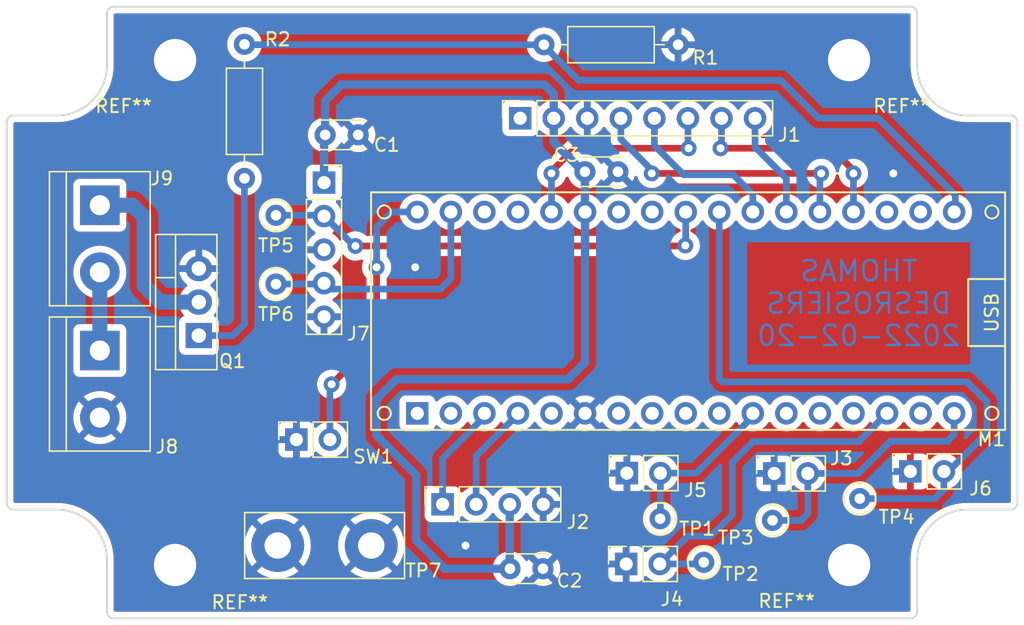
<source format=kicad_pcb>
(kicad_pcb (version 20211014) (generator pcbnew)
  (title_block (title "Projet Lampe Dimmer") (date "2022-02-18") (rev "v2.0.0"))
  (layers (0 "F.Cu" signal) (31 "B.Cu" signal) (34 "B.Paste" user) (35 "F.Paste" user) (36 "B.SilkS" user "B.Silkscreen") (37 "F.SilkS" user "F.Silkscreen") (38 "B.Mask" user) (39 "F.Mask" user) (44 "Edge.Cuts" user))
  (net 0 "")
  (net 1 "+5V")
  (net 2 "GND")
  (net 4 "/EXT_IO")
  (net 5 "/EXT_OC4B")
  (net 6 "/EXT_OC4D")
  (net 7 "/EXT_ADC1")
  (net 8 "/POT_ADC")
  (net 9 "/SW_VEILLE")
  (net 10 "+24V")
  (net 11 "/SORTIE")
  (net 12 "Net-(Q1-Pad1)")
  (net 19 "Net-(M1-Pad18)")
  (net 20 "Net-(M1-Pad34)")
  (net 31 "Net-(J1-Pad6)")
  (net 32 "Net-(J1-Pad5)")
  (net 33 "Net-(J1-Pad8)")
  (net 34 "Net-(J1-Pad4)")
  (net 35 "Net-(J1-Pad7)")
  (net 36 "Net-(J2-Pad2)")
  (net 37 "Net-(J2-Pad1)")
  (footprint "Capacitor_THT:C_Disc_D3.0mm_W2.0mm_P2.50mm" (layer "F.Cu") (at 153.35 126.85)
    (fp_text reference "C2" (at 4.511 0.912) (layer "F.SilkS"))
    (fp_text value "100nF")
    (fp_line (start -0.37 1.055) (end -0.37 1.12) (layer "F.SilkS") (width 0.12))
    (fp_line (start -0.37 1.12) (end 2.87 1.12) (layer "F.SilkS") (width 0.12))
    (fp_line (start 2.87 -1.12) (end 2.87 -1.055) (layer "F.SilkS") (width 0.12))
    (fp_line (start 2.87 1.055) (end 2.87 1.12) (layer "F.SilkS") (width 0.12))
    (fp_line (start -0.37 -1.12) (end -0.37 -1.055) (layer "F.SilkS") (width 0.12))
    (fp_line (start -0.37 -1.12) (end 2.87 -1.12) (layer "F.SilkS") (width 0.12))
    (pad "1" thru_hole circle locked (at 0 0) (size 1.6 1.6) (drill 0.8) (layers *.Cu *.Mask) (net 1 "+5V"))
    (pad "2" thru_hole circle locked (at 2.5 0) (size 1.6 1.6) (drill 0.8) (layers *.Cu *.Mask) (net 2 "GND"))
  )
  (footprint "Connector_PinSocket_2.54mm:PinSocket_1x02_P2.54mm_Vertical" (layer "F.Cu") (at 183.662 119.482 90)
    (fp_text reference "J6" (at -1.295 5.314 180) (layer "F.SilkS"))
    (fp_text value "EXT_ADC1")
    (fp_line (start -1.33 3.87) (end 1.33 3.87) (layer "F.SilkS") (width 0.12))
    (fp_line (start 1.33 -1.33) (end 1.33 0) (layer "F.SilkS") (width 0.12))
    (fp_line (start 1.33 1.27) (end 1.33 3.87) (layer "F.SilkS") (width 0.12))
    (fp_line (start -1.33 1.27) (end 1.33 1.27) (layer "F.SilkS") (width 0.12))
    (fp_line (start -1.33 1.27) (end -1.33 3.87) (layer "F.SilkS") (width 0.12))
    (fp_line (start 0 -1.33) (end 1.33 -1.33) (layer "F.SilkS") (width 0.12))
    (pad "1" thru_hole rect locked (at 0 0 90) (size 1.7 1.7) (drill 1) (layers *.Cu *.Mask) (net 2 "GND"))
    (pad "2" thru_hole oval locked (at 0 2.54 90) (size 1.7 1.7) (drill 1) (layers *.Cu *.Mask) (net 7 "/EXT_ADC1"))
  )
  (footprint "Connector_PinSocket_2.54mm:PinSocket_1x02_P2.54mm_Vertical" (layer "F.Cu") (at 173.355 119.634 90)
    (fp_text reference "J3" (at 1.143 5.08) (layer "F.SilkS"))
    (fp_text value "EXT_IO")
    (fp_line (start 0 -1.33) (end 1.33 -1.33) (layer "F.SilkS") (width 0.12))
    (fp_line (start 1.33 -1.33) (end 1.33 0) (layer "F.SilkS") (width 0.12))
    (fp_line (start -1.33 3.87) (end 1.33 3.87) (layer "F.SilkS") (width 0.12))
    (fp_line (start -1.33 1.27) (end 1.33 1.27) (layer "F.SilkS") (width 0.12))
    (fp_line (start 1.33 1.27) (end 1.33 3.87) (layer "F.SilkS") (width 0.12))
    (fp_line (start -1.33 1.27) (end -1.33 3.87) (layer "F.SilkS") (width 0.12))
    (pad "1" thru_hole rect locked (at 0 0 90) (size 1.7 1.7) (drill 1) (layers *.Cu *.Mask) (net 2 "GND"))
    (pad "2" thru_hole oval locked (at 0 2.54 90) (size 1.7 1.7) (drill 1) (layers *.Cu *.Mask) (net 4 "/EXT_IO"))
  )
  (footprint "THOMAS_library:Arduino_Micro" (layer "F.Cu") (at 142.835503 116.332)
    (fp_text reference "M1" (at 46.964497 0.718) (layer "F.SilkS"))
    (fp_text value "ARDUINO_MICRO")
    (fp_text user "USB" (at 46.99 -8.89 90) (layer "F.SilkS"))
    (fp_line (start 0 -18) (end 48 -18) (layer "F.SilkS") (width 0.15))
    (fp_line (start 48.006 -6.35) (end 45.212 -6.35) (layer "F.SilkS") (width 0.15))
    (fp_line (start 48 -18) (end 48 0) (layer "F.SilkS") (width 0.15))
    (fp_line (start 45.212 -11.43) (end 48.006 -11.43) (layer "F.SilkS") (width 0.15))
    (fp_line (start 0 0) (end 0 -18) (layer "F.SilkS") (width 0.15))
    (fp_line (start 45.212 -6.35) (end 45.212 -11.43) (layer "F.SilkS") (width 0.15))
    (fp_line (start 48 0) (end 0 0) (layer "F.SilkS") (width 0.15))
    (fp_circle (center 47 -16.51) (end 47.5 -16.51) (layer "F.SilkS") (width 0.15) (fill none))
    (fp_circle (center 1 -16.51) (end 1.5 -16.51) (layer "F.SilkS") (width 0.15) (fill none))
    (fp_circle (center 1 -1.254) (end 1.5 -1.254) (layer "F.SilkS") (width 0.15) (fill none))
    (fp_circle (center 47 -1.254) (end 47.5 -1.254) (layer "F.SilkS") (width 0.15) (fill none))
    (pad "1" thru_hole rect (at 3.5 -1.254) (size 1.7 1.7) (drill 1) (layers *.Cu *.Mask))
    (pad "2" thru_hole circle (at 6.04 -1.254) (size 1.7 1.7) (drill 1) (layers *.Cu *.Mask))
    (pad "3" thru_hole circle (at 8.58 -1.254) (size 1.7 1.7) (drill 1) (layers *.Cu *.Mask) (net 37 "Net-(J2-Pad1)"))
    (pad "4" thru_hole circle (at 11.12 -1.254) (size 1.7 1.7) (drill 1) (layers *.Cu *.Mask) (net 36 "Net-(J2-Pad2)"))
    (pad "5" thru_hole circle (at 13.66 -1.254) (size 1.7 1.7) (drill 1) (layers *.Cu *.Mask))
    (pad "6" thru_hole circle (at 16.2 -1.254) (size 1.7 1.7) (drill 1) (layers *.Cu *.Mask) (net 2 "GND"))
    (pad "7" thru_hole circle (at 18.74 -1.254) (size 1.7 1.7) (drill 1) (layers *.Cu *.Mask))
    (pad "8" thru_hole circle (at 21.28 -1.254) (size 1.7 1.7) (drill 1) (layers *.Cu *.Mask))
    (pad "9" thru_hole circle (at 23.82 -1.254) (size 1.7 1.7) (drill 1) (layers *.Cu *.Mask))
    (pad "10" thru_hole circle (at 26.36 -1.254) (size 1.7 1.7) (drill 1) (layers *.Cu *.Mask))
    (pad "11" thru_hole circle (at 28.9 -1.254) (size 1.7 1.7) (drill 1) (layers *.Cu *.Mask) (net 6 "/EXT_OC4D"))
    (pad "12" thru_hole circle (at 31.44 -1.254) (size 1.7 1.7) (drill 1) (layers *.Cu *.Mask))
    (pad "13" thru_hole circle (at 33.98 -1.254) (size 1.7 1.7) (drill 1) (layers *.Cu *.Mask))
    (pad "14" thru_hole circle (at 36.52 -1.254) (size 1.7 1.7) (drill 1) (layers *.Cu *.Mask))
    (pad "15" thru_hole circle (at 39.06 -1.254) (size 1.7 1.7) (drill 1) (layers *.Cu *.Mask) (net 5 "/EXT_OC4B"))
    (pad "16" thru_hole circle (at 41.6 -1.254) (size 1.7 1.7) (drill 1) (layers *.Cu *.Mask))
    (pad "17" thru_hole circle (at 44.14 -1.254) (size 1.7 1.7) (drill 1) (layers *.Cu *.Mask) (net 4 "/EXT_IO"))
    (pad "18" thru_hole circle (at 44.14 -16.51) (size 1.7 1.7) (drill 1) (layers *.Cu *.Mask) (net 19 "Net-(M1-Pad18)"))
    (pad "19" thru_hole circle (at 41.6 -16.51) (size 1.7 1.7) (drill 1) (layers *.Cu *.Mask))
    (pad "20" thru_hole circle (at 39.06 -16.51) (size 1.7 1.7) (drill 1) (layers *.Cu *.Mask))
    (pad "21" thru_hole circle (at 36.52 -16.51) (size 1.7 1.7) (drill 1) (layers *.Cu *.Mask) (net 35 "Net-(J1-Pad7)"))
    (pad "22" thru_hole circle (at 33.98 -16.51) (size 1.7 1.7) (drill 1) (layers *.Cu *.Mask) (net 34 "Net-(J1-Pad4)"))
    (pad "23" thru_hole circle (at 31.44 -16.51) (size 1.7 1.7) (drill 1) (layers *.Cu *.Mask) (net 33 "Net-(J1-Pad8)"))
    (pad "24" thru_hole circle (at 28.9 -16.51) (size 1.7 1.7) (drill 1) (layers *.Cu *.Mask) (net 32 "Net-(J1-Pad5)"))
    (pad "25" thru_hole circle (at 26.36 -16.51) (size 1.7 1.7) (drill 1) (layers *.Cu *.Mask) (net 7 "/EXT_ADC1"))
    (pad "26" thru_hole circle (at 23.82 -16.51) (size 1.7 1.7) (drill 1) (layers *.Cu *.Mask) (net 8 "/POT_ADC"))
    (pad "27" thru_hole circle (at 21.28 -16.51) (size 1.7 1.7) (drill 1) (layers *.Cu *.Mask))
    (pad "28" thru_hole circle (at 18.74 -16.51) (size 1.7 1.7) (drill 1) (layers *.Cu *.Mask))
    (pad "29" thru_hole circle (at 16.2 -16.51) (size 1.7 1.7) (drill 1) (layers *.Cu *.Mask) (net 1 "+5V"))
    (pad "30" thru_hole circle (at 13.66 -16.51) (size 1.7 1.7) (drill 1) (layers *.Cu *.Mask) (net 31 "Net-(J1-Pad6)"))
    (pad "31" thru_hole circle (at 11.12 -16.51) (size 1.7 1.7) (drill 1) (layers *.Cu *.Mask))
    (pad "32" thru_hole circle (at 8.58 -16.51) (size 1.7 1.7) (drill 1) (layers *.Cu *.Mask))
    (pad "33" thru_hole circle (at 6.04 -16.51) (size 1.7 1.7) (drill 1) (layers *.Cu *.Mask) (net 9 "/SW_VEILLE"))
    (pad "34" thru_hole circle (at 3.5 -16.51) (size 1.7 1.7) (drill 1) (layers *.Cu *.Mask) (net 20 "Net-(M1-Pad34)"))
  )
  (footprint "Capacitor_THT:C_Disc_D3.0mm_W2.0mm_P2.50mm" (layer "F.Cu") (at 159.024 96.774)
    (fp_text reference "C3" (at -1.417 -1.27) (layer "F.SilkS"))
    (fp_text value "100nF")
    (fp_line (start 2.87 -1.12) (end 2.87 -1.055) (layer "F.SilkS") (width 0.12))
    (fp_line (start 2.87 1.055) (end 2.87 1.12) (layer "F.SilkS") (width 0.12))
    (fp_line (start -0.37 -1.12) (end 2.87 -1.12) (layer "F.SilkS") (width 0.12))
    (fp_line (start -0.37 1.12) (end 2.87 1.12) (layer "F.SilkS") (width 0.12))
    (fp_line (start -0.37 1.055) (end -0.37 1.12) (layer "F.SilkS") (width 0.12))
    (fp_line (start -0.37 -1.12) (end -0.37 -1.055) (layer "F.SilkS") (width 0.12))
    (pad "1" thru_hole circle locked (at 0 0) (size 1.6 1.6) (drill 0.8) (layers *.Cu *.Mask) (net 1 "+5V"))
    (pad "2" thru_hole circle locked (at 2.5 0) (size 1.6 1.6) (drill 0.8) (layers *.Cu *.Mask) (net 2 "GND"))
  )
  (footprint "TerminalBlock:TerminalBlock_bornier-2_P5.08mm" (layer "F.Cu") (at 122.301 110.31982 -90)
    (fp_text reference "J8" (at 7.28218 -5.08 180) (layer "F.SilkS"))
    (fp_text value "Entrée")
    (fp_line (start -2.54 3.81) (end 7.62 3.81) (layer "F.SilkS") (width 0.12))
    (fp_line (start 7.62 3.81) (end 7.62 -3.81) (layer "F.SilkS") (width 0.12))
    (fp_line (start 7.62 2.54) (end -2.54 2.54) (layer "F.SilkS") (width 0.12))
    (fp_line (start 7.62 -3.81) (end -2.54 -3.81) (layer "F.SilkS") (width 0.12))
    (fp_line (start -2.54 -3.81) (end -2.54 3.81) (layer "F.SilkS") (width 0.12))
    (pad "1" thru_hole rect locked (at 0 0 270) (size 3 3) (drill 1.52) (layers *.Cu *.Mask) (net 10 "+24V"))
    (pad "2" thru_hole circle locked (at 5.08 0 270) (size 3 3) (drill 1.52) (layers *.Cu *.Mask) (net 2 "GND"))
  )
  (footprint "Connector_PinSocket_2.54mm:PinSocket_1x04_P2.54mm_Vertical" (layer "F.Cu") (at 148.25 121.975 90)
    (fp_text reference "J2" (at -1.342 10.246 180) (layer "F.SilkS"))
    (fp_text value "USART")
    (fp_line (start 1.33 -1.33) (end 1.33 0) (layer "F.SilkS") (width 0.12))
    (fp_line (start 0 -1.33) (end 1.33 -1.33) (layer "F.SilkS") (width 0.12))
    (fp_line (start -1.33 1.27) (end -1.33 8.95) (layer "F.SilkS") (width 0.12))
    (fp_line (start -1.33 8.95) (end 1.33 8.95) (layer "F.SilkS") (width 0.12))
    (fp_line (start -1.33 1.27) (end 1.33 1.27) (layer "F.SilkS") (width 0.12))
    (fp_line (start 1.33 1.27) (end 1.33 8.95) (layer "F.SilkS") (width 0.12))
    (pad "1" thru_hole rect locked (at 0 0 90) (size 1.7 1.7) (drill 1) (layers *.Cu *.Mask) (net 37 "Net-(J2-Pad1)"))
    (pad "2" thru_hole oval locked (at 0 2.54 90) (size 1.7 1.7) (drill 1) (layers *.Cu *.Mask) (net 36 "Net-(J2-Pad2)"))
    (pad "3" thru_hole oval locked (at 0 5.08 90) (size 1.7 1.7) (drill 1) (layers *.Cu *.Mask) (net 1 "+5V"))
    (pad "4" thru_hole oval locked (at 0 7.62 90) (size 1.7 1.7) (drill 1) (layers *.Cu *.Mask) (net 2 "GND"))
  )
  (footprint "THOMAS_library:TestPoint_Keystone_5000-5004_Miniature-Resistor" (layer "F.Cu") (at 168.021 126.365)
    (fp_text reference "TP2" (at 2.794 0.889) (layer "F.SilkS"))
    (fp_text value "TestPoint" hide)
    (fp_circle (center 0 0) (end 1.2 0) (layer "F.SilkS") (width 0.15) (fill none))
    (pad "1" thru_hole circle (at 0 0) (size 1.6 1.6) (drill 0.8) (layers *.Cu *.Mask) (net 5 "/EXT_OC4B"))
  )
  (footprint "THOMAS_library:TestPoint_Keystone_5000-5004_Miniature-Resistor" (layer "F.Cu") (at 164.719 123.063)
    (fp_text reference "TP1" (at 2.794 0.762) (layer "F.SilkS"))
    (fp_text value "TestPoint" hide)
    (fp_circle (center 0 0) (end 1.2 0) (layer "F.SilkS") (width 0.15) (fill none))
    (pad "1" thru_hole circle (at 0 0) (size 1.6 1.6) (drill 0.8) (layers *.Cu *.Mask) (net 6 "/EXT_OC4D"))
  )
  (footprint "THOMAS_library:TestPoint_Keystone_5000-5004_Miniature-Resistor" (layer "F.Cu") (at 135.636 100.076)
    (fp_text reference "TP5" (at 0 2.286) (layer "F.SilkS"))
    (fp_text value "TestPoint" hide)
    (fp_circle (center 0 0) (end 1.2 0) (layer "F.SilkS") (width 0.15) (fill none))
    (pad "1" thru_hole circle (at 0 0) (size 1.6 1.6) (drill 0.8) (layers *.Cu *.Mask) (net 8 "/POT_ADC"))
  )
  (footprint "Resistor_THT:R_Axial_DIN0207_L6.3mm_D2.5mm_P10.16mm_Horizontal" (layer "F.Cu") (at 155.92 87.15)
    (fp_text reference "R1" (at 12.228 0.988 180) (layer "F.SilkS"))
    (fp_text value "100")
    (fp_line (start 1.04 0) (end 1.81 0) (layer "F.SilkS") (width 0.12))
    (fp_line (start 1.81 1.37) (end 8.35 1.37) (layer "F.SilkS") (width 0.12))
    (fp_line (start 8.35 1.37) (end 8.35 -1.37) (layer "F.SilkS") (width 0.12))
    (fp_line (start 1.81 -1.37) (end 1.81 1.37) (layer "F.SilkS") (width 0.12))
    (fp_line (start 8.35 -1.37) (end 1.81 -1.37) (layer "F.SilkS") (width 0.12))
    (fp_line (start 9.12 0) (end 8.35 0) (layer "F.SilkS") (width 0.12))
    (pad "1" thru_hole circle locked (at 0 0) (size 1.6 1.6) (drill 0.8) (layers *.Cu *.Mask) (net 19 "Net-(M1-Pad18)"))
    (pad "2" thru_hole oval locked (at 10.16 0) (size 1.6 1.6) (drill 0.8) (layers *.Cu *.Mask) (net 2 "GND"))
  )
  (footprint "THOMAS_library:TestPoint_Keystone_5000-5004_Miniature-Resistor" (layer "F.Cu") (at 173.228 123.19)
    (fp_text reference "TP3" (at -2.778 1.31) (layer "F.SilkS"))
    (fp_text value "TestPoint" hide)
    (fp_circle (center 0 0) (end 1.2 0) (layer "F.SilkS") (width 0.15) (fill none))
    (pad "1" thru_hole circle (at 0 0) (size 1.6 1.6) (drill 0.8) (layers *.Cu *.Mask) (net 4 "/EXT_IO"))
  )
  (footprint "Connector_PinSocket_2.54mm:PinSocket_1x02_P2.54mm_Vertical" (layer "F.Cu") (at 137.18 117.069 90)
    (fp_text reference "SW1" (at -1.295 5.822 180) (layer "F.SilkS"))
    (fp_text value "SW_ON-OFF")
    (fp_line (start 1.33 1.27) (end 1.33 3.87) (layer "F.SilkS") (width 0.12))
    (fp_line (start -1.33 1.27) (end -1.33 3.87) (layer "F.SilkS") (width 0.12))
    (fp_line (start 1.33 -1.33) (end 1.33 0) (layer "F.SilkS") (width 0.12))
    (fp_line (start -1.33 3.87) (end 1.33 3.87) (layer "F.SilkS") (width 0.12))
    (fp_line (start 0 -1.33) (end 1.33 -1.33) (layer "F.SilkS") (width 0.12))
    (fp_line (start -1.33 1.27) (end 1.33 1.27) (layer "F.SilkS") (width 0.12))
    (pad "1" thru_hole rect locked (at 0 0 90) (size 1.7 1.7) (drill 1) (layers *.Cu *.Mask) (net 2 "GND"))
    (pad "2" thru_hole oval locked (at 0 2.54 90) (size 1.7 1.7) (drill 1) (layers *.Cu *.Mask) (net 20 "Net-(M1-Pad34)"))
  )
  (footprint "THOMAS_library:TestPoint_Keystone_5000-5004_Miniature-Resistor" (layer "F.Cu") (at 179.832 121.539)
    (fp_text reference "TP4" (at 2.794 1.397) (layer "F.SilkS"))
    (fp_text value "TestPoint" hide)
    (fp_circle (center 0 0) (end 1.2 0) (layer "F.SilkS") (width 0.15) (fill none))
    (pad "1" thru_hole circle (at 0 0) (size 1.6 1.6) (drill 0.8) (layers *.Cu *.Mask) (net 7 "/EXT_ADC1"))
  )
  (footprint "Connector_PinSocket_2.54mm:PinSocket_1x02_P2.54mm_Vertical" (layer "F.Cu") (at 162.149993 126.492 90)
    (fp_text reference "J4" (at -2.667 3.458007 180) (layer "F.SilkS"))
    (fp_text value "EXT_PWM4B")
    (fp_line (start -1.33 1.27) (end -1.33 3.87) (layer "F.SilkS") (width 0.12))
    (fp_line (start 1.33 -1.33) (end 1.33 0) (layer "F.SilkS") (width 0.12))
    (fp_line (start 1.33 1.27) (end 1.33 3.87) (layer "F.SilkS") (width 0.12))
    (fp_line (start -1.33 1.27) (end 1.33 1.27) (layer "F.SilkS") (width 0.12))
    (fp_line (start 0 -1.33) (end 1.33 -1.33) (layer "F.SilkS") (width 0.12))
    (fp_line (start -1.33 3.87) (end 1.33 3.87) (layer "F.SilkS") (width 0.12))
    (pad "1" thru_hole rect locked (at 0 0 90) (size 1.7 1.7) (drill 1) (layers *.Cu *.Mask) (net 2 "GND"))
    (pad "2" thru_hole oval locked (at 0 2.54 90) (size 1.7 1.7) (drill 1) (layers *.Cu *.Mask) (net 5 "/EXT_OC4B"))
  )
  (footprint "THOMAS_library:TestPoint_Bridge_Pitch7.08mm_Drill2.0mm" (layer "F.Cu") (at 135.768994 125.095)
    (fp_text reference "TP7" (at 11.034 1.905) (layer "F.SilkS"))
    (fp_text value "TestPoint_2Pole" hide)
    (fp_line (start -2.5 -2.5) (end 9.6 -2.5) (layer "F.SilkS") (width 0.12))
    (fp_line (start 9.6 2.5) (end 9.6 -2.5) (layer "F.SilkS") (width 0.12))
    (fp_line (start -2.5 -2.5) (end -2.5 2.5) (layer "F.SilkS") (width 0.12))
    (fp_line (start 9.6 2.5) (end -2.5 2.5) (layer "F.SilkS") (width 0.12))
    (pad "1" thru_hole circle (at 0 0) (size 4 4) (drill 2) (layers *.Cu *.Mask) (net 2 "GND"))
    (pad "2" thru_hole circle (at 7.08 0) (size 4 4) (drill 2) (layers *.Cu *.Mask) (net 2 "GND"))
  )
  (footprint "MountingHole:MountingHole_3.2mm_M3_Pad" (layer "F.Cu") (at 179.02555 126.5682)
    (fp_text reference "REF**" (at -4.72555 2.7318) (layer "F.SilkS"))
    (fp_text value "MountingHole_3.2mm_M3_Pad" hide)
    (pad "1" thru_hole circle locked (at 0 0) (size 6.4 6.4) (drill 3.200001) (layers *.Cu *.Mask) (net 2 "GND"))
  )
  (footprint "Capacitor_THT:C_Disc_D3.0mm_W2.0mm_P2.50mm" (layer "F.Cu") (at 139.359 93.98)
    (fp_text reference "C1" (at 4.659 0.762) (layer "F.SilkS"))
    (fp_text value "100nF")
    (fp_line (start -0.37 -1.12) (end 2.87 -1.12) (layer "F.SilkS") (width 0.12))
    (fp_line (start -0.37 -1.12) (end -0.37 -1.055) (layer "F.SilkS") (width 0.12))
    (fp_line (start -0.37 1.055) (end -0.37 1.12) (layer "F.SilkS") (width 0.12))
    (fp_line (start 2.87 1.055) (end 2.87 1.12) (layer "F.SilkS") (width 0.12))
    (fp_line (start 2.87 -1.12) (end 2.87 -1.055) (layer "F.SilkS") (width 0.12))
    (fp_line (start -0.37 1.12) (end 2.87 1.12) (layer "F.SilkS") (width 0.12))
    (pad "1" thru_hole circle locked (at 0 0) (size 1.6 1.6) (drill 0.8) (layers *.Cu *.Mask) (net 1 "+5V"))
    (pad "2" thru_hole circle locked (at 2.5 0) (size 1.6 1.6) (drill 0.8) (layers *.Cu *.Mask) (net 2 "GND"))
  )
  (footprint "THOMAS_library:TestPoint_Keystone_5000-5004_Miniature-Resistor" (layer "F.Cu") (at 135.636 105.283)
    (fp_text reference "TP6" (at 0 2.286) (layer "F.SilkS"))
    (fp_text value "TestPoint" hide)
    (fp_circle (center 0 0) (end 1.2 0) (layer "F.SilkS") (width 0.15) (fill none))
    (pad "1" thru_hole circle (at 0 0) (size 1.6 1.6) (drill 0.8) (layers *.Cu *.Mask) (net 9 "/SW_VEILLE"))
  )
  (footprint "Connector_PinSocket_2.54mm:PinSocket_1x05_P2.54mm_Vertical" (layer "F.Cu") (at 139.275 97.6)
    (fp_text reference "J7" (at 2.6 11.45) (layer "F.SilkS"))
    (fp_text value "CON_POT_SW")
    (fp_line (start 1.33 1.27) (end 1.33 11.49) (layer "F.SilkS") (width 0.12))
    (fp_line (start 0 -1.33) (end 1.33 -1.33) (layer "F.SilkS") (width 0.12))
    (fp_line (start -1.33 1.27) (end 1.33 1.27) (layer "F.SilkS") (width 0.12))
    (fp_line (start -1.33 1.27) (end -1.33 11.49) (layer "F.SilkS") (width 0.12))
    (fp_line (start -1.33 11.49) (end 1.33 11.49) (layer "F.SilkS") (width 0.12))
    (fp_line (start 1.33 -1.33) (end 1.33 0) (layer "F.SilkS") (width 0.12))
    (pad "1" thru_hole rect locked (at 0 0) (size 1.7 1.7) (drill 1) (layers *.Cu *.Mask) (net 1 "+5V"))
    (pad "2" thru_hole oval locked (at 0 2.54) (size 1.7 1.7) (drill 1) (layers *.Cu *.Mask) (net 8 "/POT_ADC"))
    (pad "3" thru_hole oval locked (at 0 5.08) (size 1.7 1.7) (drill 1) (layers *.Cu *.Mask) (net 2 "GND"))
    (pad "4" thru_hole oval locked (at 0 7.62) (size 1.7 1.7) (drill 1) (layers *.Cu *.Mask) (net 9 "/SW_VEILLE"))
    (pad "5" thru_hole oval locked (at 0 10.16) (size 1.7 1.7) (drill 1) (layers *.Cu *.Mask) (net 2 "GND"))
  )
  (footprint "MountingHole:MountingHole_3.2mm_M3_Pad" (layer "F.Cu") (at 127.99695 88.3158)
    (fp_text reference "REF**" (at -3.89695 3.4842) (layer "F.SilkS"))
    (fp_text value "MountingHole_3.2mm_M3_Pad" hide)
    (pad "1" thru_hole circle locked (at 0 0) (size 6.4 6.4) (drill 3.200001) (layers *.Cu *.Mask) (net 2 "GND"))
  )
  (footprint "MountingHole:MountingHole_3.2mm_M3_Pad" (layer "F.Cu") (at 179.02555 88.3158)
    (fp_text reference "REF**" (at 3.97445 3.4842) (layer "F.SilkS"))
    (fp_text value "MountingHole_3.2mm_M3_Pad" hide)
    (pad "1" thru_hole circle locked (at 0 0) (size 6.4 6.4) (drill 3.200001) (layers *.Cu *.Mask) (net 2 "GND"))
  )
  (footprint "Package_TO_SOT_THT:TO-220-3_Vertical" (layer "F.Cu") (at 129.795 109.19 90)
    (fp_text reference "Q1" (at -1.935 2.539) (layer "F.SilkS"))
    (fp_text value "FQP13N06L")
    (fp_line (start -2.58 -3.27) (end 7.66 -3.27) (layer "F.SilkS") (width 0.12))
    (fp_line (start 7.66 -3.27) (end 7.66 1.371) (layer "F.SilkS") (width 0.12))
    (fp_line (start -2.58 -1.76) (end 7.66 -1.76) (layer "F.SilkS") (width 0.12))
    (fp_line (start -2.58 -3.27) (end -2.58 1.371) (layer "F.SilkS") (width 0.12))
    (fp_line (start -2.58 1.371) (end 7.66 1.371) (layer "F.SilkS") (width 0.12))
    (fp_line (start 4.391 -3.27) (end 4.391 -1.76) (layer "F.SilkS") (width 0.12))
    (fp_line (start 0.69 -3.27) (end 0.69 -1.76) (layer "F.SilkS") (width 0.12))
    (pad "1" thru_hole rect locked (at 0 0 90) (size 1.905 2) (drill 1.1) (layers *.Cu *.Mask) (net 12 "Net-(Q1-Pad1)"))
    (pad "2" thru_hole oval locked (at 2.54 0 90) (size 1.905 2) (drill 1.1) (layers *.Cu *.Mask) (net 11 "/SORTIE"))
    (pad "3" thru_hole oval locked (at 5.08 0 90) (size 1.905 2) (drill 1.1) (layers *.Cu *.Mask) (net 2 "GND"))
  )
  (footprint "MountingHole:MountingHole_3.2mm_M3_Pad" (layer "F.Cu") (at 127.99695 126.5682)
    (fp_text reference "REF**" (at 4.90305 2.8318) (layer "F.SilkS"))
    (fp_text value "MountingHole_3.2mm_M3_Pad" hide)
    (pad "1" thru_hole circle locked (at 0 0) (size 6.4 6.4) (drill 3.200001) (layers *.Cu *.Mask) (net 2 "GND"))
  )
  (footprint "Connector_PinSocket_2.54mm:PinSocket_1x08_P2.54mm_Vertical" (layer "F.Cu") (at 154.12499 92.725011 90)
    (fp_text reference "J1" (at -1.254989 20.37301 180) (layer "F.SilkS"))
    (fp_text value "PICkit4")
    (fp_line (start 1.33 1.27) (end 1.33 19.11) (layer "F.SilkS") (width 0.12))
    (fp_line (start -1.33 1.27) (end -1.33 19.11) (layer "F.SilkS") (width 0.12))
    (fp_line (start 1.33 -1.33) (end 1.33 0) (layer "F.SilkS") (width 0.12))
    (fp_line (start 0 -1.33) (end 1.33 -1.33) (layer "F.SilkS") (width 0.12))
    (fp_line (start -1.33 19.11) (end 1.33 19.11) (layer "F.SilkS") (width 0.12))
    (fp_line (start -1.33 1.27) (end 1.33 1.27) (layer "F.SilkS") (width 0.12))
    (pad "1" thru_hole rect locked (at 0 0 90) (size 1.7 1.7) (drill 1) (layers *.Cu *.Mask))
    (pad "2" thru_hole oval locked (at 0 2.54 90) (size 1.7 1.7) (drill 1) (layers *.Cu *.Mask) (net 1 "+5V"))
    (pad "3" thru_hole oval locked (at 0 5.08 90) (size 1.7 1.7) (drill 1) (layers *.Cu *.Mask) (net 2 "GND"))
    (pad "4" thru_hole oval locked (at 0 7.62 90) (size 1.7 1.7) (drill 1) (layers *.Cu *.Mask) (net 34 "Net-(J1-Pad4)"))
    (pad "5" thru_hole oval locked (at 0 10.16 90) (size 1.7 1.7) (drill 1) (layers *.Cu *.Mask) (net 32 "Net-(J1-Pad5)"))
    (pad "6" thru_hole oval locked (at 0 12.7 90) (size 1.7 1.7) (drill 1) (layers *.Cu *.Mask) (net 31 "Net-(J1-Pad6)"))
    (pad "7" thru_hole oval locked (at 0 15.24 90) (size 1.7 1.7) (drill 1) (layers *.Cu *.Mask) (net 35 "Net-(J1-Pad7)"))
    (pad "8" thru_hole oval locked (at 0 17.78 90) (size 1.7 1.7) (drill 1) (layers *.Cu *.Mask) (net 33 "Net-(J1-Pad8)"))
  )
  (footprint "TerminalBlock:TerminalBlock_bornier-2_P5.08mm" (layer "F.Cu") (at 122.301 99.310012 -90)
    (fp_text reference "J9" (at -2.028012 -4.699 180) (layer "F.SilkS"))
    (fp_text value "Sortie")
    (fp_line (start 7.62 2.54) (end -2.54 2.54) (layer "F.SilkS") (width 0.12))
    (fp_line (start 7.62 3.81) (end 7.62 -3.81) (layer "F.SilkS") (width 0.12))
    (fp_line (start -2.54 -3.81) (end -2.54 3.81) (layer "F.SilkS") (width 0.12))
    (fp_line (start -2.54 3.81) (end 7.62 3.81) (layer "F.SilkS") (width 0.12))
    (fp_line (start 7.62 -3.81) (end -2.54 -3.81) (layer "F.SilkS") (width 0.12))
    (pad "1" thru_hole rect locked (at 0 0 270) (size 3 3) (drill 1.52) (layers *.Cu *.Mask) (net 11 "/SORTIE"))
    (pad "2" thru_hole circle locked (at 5.08 0 270) (size 3 3) (drill 1.52) (layers *.Cu *.Mask) (net 10 "+24V"))
  )
  (footprint "Connector_PinSocket_2.54mm:PinSocket_1x02_P2.54mm_Vertical" (layer "F.Cu") (at 162.199 119.609 90)
    (fp_text reference "J5" (at -1.295 5.187) (layer "F.SilkS"))
    (fp_text value "EXT_PWM4D")
    (fp_line (start 1.33 -1.33) (end 1.33 0) (layer "F.SilkS") (width 0.12))
    (fp_line (start -1.33 1.27) (end 1.33 1.27) (layer "F.SilkS") (width 0.12))
    (fp_line (start 1.33 1.27) (end 1.33 3.87) (layer "F.SilkS") (width 0.12))
    (fp_line (start 0 -1.33) (end 1.33 -1.33) (layer "F.SilkS") (width 0.12))
    (fp_line (start -1.33 1.27) (end -1.33 3.87) (layer "F.SilkS") (width 0.12))
    (fp_line (start -1.33 3.87) (end 1.33 3.87) (layer "F.SilkS") (width 0.12))
    (pad "1" thru_hole rect locked (at 0 0 90) (size 1.7 1.7) (drill 1) (layers *.Cu *.Mask) (net 2 "GND"))
    (pad "2" thru_hole oval locked (at 0 2.54 90) (size 1.7 1.7) (drill 1) (layers *.Cu *.Mask) (net 6 "/EXT_OC4D"))
  )
  (footprint "Resistor_THT:R_Axial_DIN0207_L6.3mm_D2.5mm_P10.16mm_Horizontal" (layer "F.Cu") (at 133.25 87.12 -90)
    (fp_text reference "R2" (at -0.379 -2.513 180) (layer "F.SilkS"))
    (fp_text value "1k")
    (fp_line (start 1.81 1.37) (end 8.35 1.37) (layer "F.SilkS") (width 0.12))
    (fp_line (start 9.12 0) (end 8.35 0) (layer "F.SilkS") (width 0.12))
    (fp_line (start 1.81 -1.37) (end 1.81 1.37) (layer "F.SilkS") (width 0.12))
    (fp_line (start 8.35 1.37) (end 8.35 -1.37) (layer "F.SilkS") (width 0.12))
    (fp_line (start 8.35 -1.37) (end 1.81 -1.37) (layer "F.SilkS") (width 0.12))
    (fp_line (start 1.04 0) (end 1.81 0) (layer "F.SilkS") (width 0.12))
    (pad "1" thru_hole circle locked (at 0 0 270) (size 1.6 1.6) (drill 0.8) (layers *.Cu *.Mask) (net 19 "Net-(M1-Pad18)"))
    (pad "2" thru_hole oval locked (at 10.16 0 270) (size 1.6 1.6) (drill 0.8) (layers *.Cu *.Mask) (net 12 "Net-(Q1-Pad1)"))
  )
  (gr_line (start 120.349987 94.650005) (end 122.349983 93.299995) (layer "F.Cu") (width 0.508))
  (gr_line (start 120.33999 120.025005) (end 124.14999 120.025005) (layer "F.Cu") (width 0.508))
  (gr_line (start 124.150003 120.025) (end 122.149998 118.675) (layer "F.Cu") (width 0.508))
  (gr_line (start 120.349987 94.650005) (end 122.349992 96.000005) (layer "F.Cu") (width 0.508))
  (gr_line (start 124.16 94.65) (end 120.35 94.65) (layer "F.Cu") (width 0.508))
  (gr_line (start 124.150003 120.025) (end 122.150007 121.37501) (layer "F.Cu") (width 0.508))
  (gr_arc (start 115.7525 122.37085) (mid 115.398947 122.224403) (end 115.2525 121.87085) (layer "Edge.Cuts") (width 0.15))
  (gr_line (start 184.18175 88.70315) (end 184.18175 84.77085) (layer "Edge.Cuts") (width 0.15))
  (gr_arc (start 122.84075 84.77085) (mid 122.987197 84.417297) (end 123.34075 84.27085) (layer "Edge.Cuts") (width 0.15))
  (gr_line (start 122.84075 130.11315) (end 122.84075 126.18085) (layer "Edge.Cuts") (width 0.15))
  (gr_line (start 191.77 93.01315) (end 191.77 121.87085) (layer "Edge.Cuts") (width 0.15))
  (gr_line (start 119.03075 122.37085) (end 115.7525 122.37085) (layer "Edge.Cuts") (width 0.15))
  (gr_line (start 123.34075 84.27085) (end 183.68175 84.27085) (layer "Edge.Cuts") (width 0.15))
  (gr_arc (start 191.27 92.51315) (mid 191.623553 92.659597) (end 191.77 93.01315) (layer "Edge.Cuts") (width 0.15))
  (gr_arc (start 191.77 121.87085) (mid 191.623553 122.224403) (end 191.27 122.37085) (layer "Edge.Cuts") (width 0.15))
  (gr_line (start 184.18175 126.18085) (end 184.18175 130.11315) (layer "Edge.Cuts") (width 0.15))
  (gr_line (start 115.2525 93.01315) (end 115.2525 121.87085) (layer "Edge.Cuts") (width 0.15))
  (gr_line (start 122.84075 84.77085) (end 122.84075 88.6968) (layer "Edge.Cuts") (width 0.15))
  (gr_line (start 123.34075 130.61315) (end 183.68175 130.61315) (layer "Edge.Cuts") (width 0.15))
  (gr_line (start 119.03075 92.51315) (end 115.7525 92.51315) (layer "Edge.Cuts") (width 0.15))
  (gr_line (start 191.27 92.51315) (end 187.99175 92.51315) (layer "Edge.Cuts") (width 0.15))
  (gr_arc (start 184.18175 130.11315) (mid 184.035303 130.466703) (end 183.68175 130.61315) (layer "Edge.Cuts") (width 0.15))
  (gr_arc (start 184.18175 126.18085) (mid 185.297673 123.486773) (end 187.99175 122.37085) (layer "Edge.Cuts") (width 0.15))
  (gr_arc (start 122.84075 88.6968) (mid 121.726142 91.394052) (end 119.03075 92.51315) (layer "Edge.Cuts") (width 0.15))
  (gr_arc (start 187.99175 92.51315) (mid 185.297673 91.397227) (end 184.18175 88.70315) (layer "Edge.Cuts") (width 0.15))
  (gr_arc (start 119.03075 122.37085) (mid 121.724827 123.486773) (end 122.84075 126.18085) (layer "Edge.Cuts") (width 0.15))
  (gr_arc (start 183.68175 84.27085) (mid 184.035303 84.417297) (end 184.18175 84.77085) (layer "Edge.Cuts") (width 0.15))
  (gr_arc (start 115.2525 93.01315) (mid 115.398947 92.659597) (end 115.7525 92.51315) (layer "Edge.Cuts") (width 0.15))
  (gr_line (start 191.27 122.37085) (end 187.99175 122.37085) (layer "Edge.Cuts") (width 0.15))
  (gr_arc (start 123.34075 130.61315) (mid 122.987197 130.466703) (end 122.84075 130.11315) (layer "Edge.Cuts") (width 0.15))
  (gr_text "THOMAS\nDESROSIERS\n2022-02-20" (at 179.750009 106.750002) (layer "B.Cu") (effects (font (size 1.524 1.524) (thickness 0.1905)) (justify mirror)))
  (segment (start 139.359 93.98) (end 139.359 91.4) (width 0.635) (layer "B.Cu") (net 1))
  (segment (start 144.75 112.5) (end 157.75 112.5) (width 0.635) (layer "B.Cu") (net 1))
  (segment (start 139.275 94.064) (end 139.359 93.98) (width 0.635) (layer "B.Cu") (net 1))
  (segment (start 139.359 91.4) (end 140.589 90.17) (width 0.635) (layer "B.Cu") (net 1))
  (segment (start 156.66499 94.54199) (end 158.897 96.774) (width 0.635) (layer "B.Cu") (net 1))
  (segment (start 153.33 126.83) (end 153.35 126.85) (width 0.635) (layer "B.Cu") (net 1))
  (segment (start 157.75 112.5) (end 159.035503 111.214497) (width 0.635) (layer "B.Cu") (net 1))
  (segment (start 159.024 96.774) (end 159.024 99.810497) (width 0.635) (layer "B.Cu") (net 1))
  (segment (start 143.25 114) (end 144.75 112.5) (width 0.635) (layer "B.Cu") (net 1))
  (segment (start 146.25 119.75) (end 143.25 116.75) (width 0.635) (layer "B.Cu") (net 1))
  (segment (start 153.35 126.85) (end 148.4 126.85) (width 0.635) (layer "B.Cu") (net 1))
  (segment (start 159.035503 111.214497) (end 159.035503 99.822) (width 0.635) (layer "B.Cu") (net 1))
  (segment (start 156.66499 92.725011) (end 156.66499 94.54199) (width 0.635) (layer "B.Cu") (net 1))
  (segment (start 146.25 124.7) (end 146.25 119.75) (width 0.635) (layer "B.Cu") (net 1))
  (segment (start 140.589 90.17) (end 155.956 90.17) (width 0.635) (layer "B.Cu") (net 1))
  (segment (start 148.4 126.85) (end 146.25 124.7) (width 0.635) (layer "B.Cu") (net 1))
  (segment (start 143.25 116.75) (end 143.25 114) (width 0.635) (layer "B.Cu") (net 1))
  (segment (start 139.275 97.6) (end 139.275 94.064) (width 0.635) (layer "B.Cu") (net 1))
  (segment (start 153.33 121.975) (end 153.33 126.83) (width 0.635) (layer "B.Cu") (net 1))
  (segment (start 155.956 90.17) (end 156.66499 90.87899) (width 0.635) (layer "B.Cu") (net 1))
  (segment (start 156.66499 90.87899) (end 156.66499 92.725011) (width 0.635) (layer "B.Cu") (net 1))
  (via (at 146.177 104.013) (size 1.2) (drill 0.6) (layers "F.Cu" "B.Cu") (net 2))
  (via (at 149.987 125.095) (size 1.2) (drill 0.6) (layers "F.Cu" "B.Cu") (net 2))
  (via (at 182.372 96.901) (size 1.2) (drill 0.6) (layers "F.Cu" "B.Cu") (net 2))
  (segment (start 179.716 119.634) (end 180.409 118.941) (width 0.508) (layer "B.Cu") (net 4))
  (segment (start 173.228 123.19) (end 175.387 123.19) (width 0.508) (layer "B.Cu") (net 4))
  (segment (start 175.387 123.19) (end 175.895 122.682) (width 0.508) (layer "B.Cu") (net 4))
  (segment (start 180.409 118.941) (end 182.15 117.2) (width 0.508) (layer "B.Cu") (net 4))
  (segment (start 175.895 122.682) (end 175.895 119.634) (width 0.508) (layer "B.Cu") (net 4))
  (segment (start 182.15 117.2) (end 186.45 117.2) (width 0.508) (layer "B.Cu") (net 4))
  (segment (start 186.975503 116.674497) (end 186.975503 115.078) (width 0.508) (layer "B.Cu") (net 4))
  (segment (start 186.45 117.2) (end 186.975503 116.674497) (width 0.508) (layer "B.Cu") (net 4))
  (segment (start 175.895 119.634) (end 179.716 119.634) (width 0.508) (layer "B.Cu") (net 4))
  (segment (start 164.689993 126.492) (end 166.804993 124.377) (width 0.508) (layer "B.Cu") (net 5))
  (segment (start 170.18 118.796359) (end 171.755359 117.221) (width 0.508) (layer "B.Cu") (net 5))
  (segment (start 168.573 124.377) (end 170.18 122.77) (width 0.508) (layer "B.Cu") (net 5))
  (segment (start 170.18 122.77) (end 170.18 118.796359) (width 0.508) (layer "B.Cu") (net 5))
  (segment (start 166.804993 124.377) (end 168.573 124.377) (width 0.508) (layer "B.Cu") (net 5))
  (segment (start 167.894 126.492) (end 168.021 126.365) (width 0.508) (layer "B.Cu") (net 5))
  (segment (start 179.752503 117.221) (end 181.895503 115.078) (width 0.508) (layer "B.Cu") (net 5))
  (segment (start 171.755359 117.221) (end 179.752503 117.221) (width 0.508) (layer "B.Cu") (net 5))
  (segment (start 164.689993 126.492) (end 167.894 126.492) (width 0.508) (layer "B.Cu") (net 5))
  (segment (start 164.739 119.609) (end 164.739 122.956) (width 0.508) (layer "B.Cu") (net 6))
  (segment (start 164.739 119.609) (end 167.441 119.609) (width 0.508) (layer "B.Cu") (net 6))
  (segment (start 171.735503 115.314497) (end 171.735503 115.078) (width 0.508) (layer "B.Cu") (net 6))
  (segment (start 167.440991 119.609006) (end 171.735496 115.314501) (width 0.508) (layer "B.Cu") (net 6))
  (segment (start 189.45 114.2) (end 187.95 112.7) (width 0.508) (layer "B.Cu") (net 7))
  (segment (start 169.45 112.7) (end 169.195503 112.445503) (width 0.508) (layer "B.Cu") (net 7))
  (segment (start 186.54 119.475) (end 189.45 116.565) (width 0.508) (layer "B.Cu") (net 7))
  (segment (start 189.45 116.565) (end 189.45 114.2) (width 0.508) (layer "B.Cu") (net 7))
  (segment (start 187.95 112.7) (end 169.45 112.7) (width 0.508) (layer "B.Cu") (net 7))
  (segment (start 185.511 121.539) (end 186.202 120.848) (width 0.508) (layer "B.Cu") (net 7))
  (segment (start 186.202 120.848) (end 186.202 119.482) (width 0.508) (layer "B.Cu") (net 7))
  (segment (start 179.832 121.539) (end 185.511 121.539) (width 0.508) (layer "B.Cu") (net 7))
  (segment (start 169.195503 112.445503) (end 169.195503 99.822) (width 0.508) (layer "B.Cu") (net 7))
  (segment (start 141.650009 102.399998) (end 166.586002 102.399998) (width 0.508) (layer "F.Cu") (net 8))
  (segment (start 166.586002 102.399998) (end 166.624 102.362) (width 0.508) (layer "F.Cu") (net 8))
  (via (at 166.624 102.362) (size 1.2) (drill 0.6) (layers "F.Cu" "B.Cu") (net 8))
  (via (at 141.65 102.4) (size 1.2) (drill 0.6) (layers "F.Cu" "B.Cu") (net 8))
  (segment (start 135.636 100.076) (end 139.211 100.076) (width 0.508) (layer "B.Cu") (net 8))
  (segment (start 139.29 100.14) (end 141.55 102.4) (width 0.508) (layer "B.Cu") (net 8))
  (segment (start 166.655503 102.330497) (end 166.624 102.362) (width 0.508) (layer "B.Cu") (net 8))
  (segment (start 139.211 100.076) (end 139.275 100.14) (width 0.508) (layer "B.Cu") (net 8))
  (segment (start 166.655503 99.822) (end 166.655503 102.330497) (width 0.508) (layer "B.Cu") (net 8))
  (segment (start 135.636 105.283) (end 139.212 105.283) (width 0.508) (layer "B.Cu") (net 9))
  (segment (start 139.719 105.664) (end 148.082 105.664) (width 0.508) (layer "B.Cu") (net 9))
  (segment (start 139.212 105.283) (end 139.275 105.22) (width 0.508) (layer "B.Cu") (net 9))
  (segment (start 139.275 105.22) (end 139.719 105.664) (width 0.508) (layer "B.Cu") (net 9))
  (segment (start 148.875503 104.870497) (end 148.875503 99.822) (width 0.508) (layer "B.Cu") (net 9))
  (segment (start 148.082 105.664) (end 148.875503 104.870497) (width 0.508) (layer "B.Cu") (net 9))
  (segment (start 122.301 104.394) (end 122.301 110.31982) (width 1.143) (layer "B.Cu") (net 10))
  (segment (start 126.9 106.65) (end 125.65 105.4) (width 1.143) (layer "B.Cu") (net 11))
  (segment (start 129.545 106.65) (end 126.9 106.65) (width 1.143) (layer "B.Cu") (net 11))
  (segment (start 124.760012 99.310012) (end 122.301 99.310012) (width 1.143) (layer "B.Cu") (net 11))
  (segment (start 125.65 100.2) (end 124.760012 99.310012) (width 1.143) (layer "B.Cu") (net 11))
  (segment (start 125.65 105.4) (end 125.65 100.2) (width 1.143) (layer "B.Cu") (net 11))
  (segment (start 133.25 108.304) (end 133.25 97.28) (width 0.508) (layer "B.Cu") (net 12))
  (segment (start 129.545 109.19) (end 132.364 109.19) (width 0.508) (layer "B.Cu") (net 12))
  (segment (start 132.364 109.19) (end 133.25 108.304) (width 0.508) (layer "B.Cu") (net 12))
  (segment (start 181.229 92.71) (end 185.4095 96.8905) (width 0.508) (layer "B.Cu") (net 19))
  (segment (start 176.71 92.71) (end 181.229 92.71) (width 0.508) (layer "B.Cu") (net 19))
  (segment (start 158.55 89.85) (end 173.85 89.85) (width 0.508) (layer "B.Cu") (net 19))
  (segment (start 155.92 87.22) (end 158.55 89.85) (width 0.508) (layer "B.Cu") (net 19))
  (segment (start 155.92 87.15) (end 155.92 87.22) (width 0.508) (layer "B.Cu") (net 19))
  (segment (start 187.071 98.552) (end 187.071 99.726503) (width 0.508) (layer "B.Cu") (net 19))
  (segment (start 173.85 89.85) (end 176.71 92.71) (width 0.508) (layer "B.Cu") (net 19))
  (segment (start 185.4095 96.8905) (end 187.071 98.552) (width 0.508) (layer "B.Cu") (net 19))
  (segment (start 133.279991 87.149991) (end 155.920008 87.149991) (width 0.508) (layer "B.Cu") (net 19))
  (segment (start 139.85 112.88) (end 143.256 109.474) (width 0.508) (layer "F.Cu") (net 20))
  (segment (start 143.256 109.474) (end 143.256 104.013) (width 0.508) (layer "F.Cu") (net 20))
  (via (at 139.85 112.88) (size 1.2) (drill 0.6) (layers "F.Cu" "B.Cu") (net 20))
  (via (at 143.256 104.013) (size 1.2) (drill 0.6) (layers "F.Cu" "B.Cu") (net 20))
  (segment (start 143.256 104.013) (end 143.256 100.965) (width 0.508) (layer "B.Cu") (net 20))
  (segment (start 139.71999 113.01001) (end 139.71999 117.069006) (width 0.508) (layer "B.Cu") (net 20))
  (segment (start 143.256 100.965) (end 144.399 99.822) (width 0.508) (layer "B.Cu") (net 20))
  (segment (start 144.399 99.822) (end 146.335503 99.822) (width 0.508) (layer "B.Cu") (net 20))
  (segment (start 166.878 94.996) (end 158.242 94.996) (width 0.508) (layer "F.Cu") (net 31))
  (segment (start 158.242 94.996) (end 156.495503 96.742497) (width 0.508) (layer "F.Cu") (net 31))
  (via (at 166.878 94.996) (size 1.2) (drill 0.6) (layers "F.Cu" "B.Cu") (net 31))
  (via (at 156.495503 96.901) (size 1.2) (drill 0.6) (layers "F.Cu" "B.Cu") (net 31))
  (segment (start 156.495503 96.901) (end 156.495503 99.822) (width 0.508) (layer "B.Cu") (net 31))
  (segment (start 166.82499 94.94299) (end 166.878 94.996) (width 0.508) (layer "B.Cu") (net 31))
  (segment (start 166.82499 92.725011) (end 166.82499 94.94299) (width 0.508) (layer "B.Cu") (net 31))
  (segment (start 171.735503 98.485503) (end 171.735503 99.822) (width 0.508) (layer "B.Cu") (net 32))
  (segment (start 164.285 94.785) (end 166.5 97) (width 0.508) (layer "B.Cu") (net 32))
  (segment (start 164.285 92.725) (end 164.285 94.785) (width 0.508) (layer "B.Cu") (net 32))
  (segment (start 166.5 97) (end 170.25 97) (width 0.508) (layer "B.Cu") (net 32))
  (segment (start 170.25 97) (end 171.735503 98.485503) (width 0.508) (layer "B.Cu") (net 32))
  (segment (start 171.905 92.725) (end 171.905 94.905) (width 0.508) (layer "B.Cu") (net 33))
  (segment (start 174.275503 97.275503) (end 174.275503 99.822) (width 0.508) (layer "B.Cu") (net 33))
  (segment (start 171.905 94.905) (end 174.275503 97.275503) (width 0.508) (layer "B.Cu") (net 33))
  (segment (start 164.084 96.901) (end 176.911 96.901) (width 0.508) (layer "F.Cu") (net 34))
  (via (at 164.084 96.901) (size 1.2) (drill 0.6) (layers "F.Cu" "B.Cu") (net 34))
  (via (at 176.911 96.901) (size 1.2) (drill 0.6) (layers "F.Cu" "B.Cu") (net 34))
  (segment (start 161.745 94.308) (end 161.745 92.725) (width 0.508) (layer "B.Cu") (net 34))
  (segment (start 176.911 96.901) (end 176.815503 96.996497) (width 0.508) (layer "B.Cu") (net 34))
  (segment (start 164.084 96.647) (end 161.745 94.308) (width 0.508) (layer "B.Cu") (net 34))
  (segment (start 176.815503 96.996497) (end 176.815503 99.822) (width 0.508) (layer "B.Cu") (net 34))
  (segment (start 177.673 94.996) (end 179.355503 96.678503) (width 0.508) (layer "F.Cu") (net 35))
  (segment (start 169.291 94.996) (end 177.673 94.996) (width 0.508) (layer "F.Cu") (net 35))
  (via (at 179.355503 96.901) (size 1.2) (drill 0.6) (layers "F.Cu" "B.Cu") (net 35))
  (via (at 169.291 94.996) (size 1.2) (drill 0.6) (layers "F.Cu" "B.Cu") (net 35))
  (segment (start 169.36499 94.92201) (end 169.36499 92.725011) (width 0.508) (layer "B.Cu") (net 35))
  (segment (start 169.291 94.996) (end 169.36499 94.92201) (width 0.508) (layer "B.Cu") (net 35))
  (segment (start 179.355503 96.678503) (end 179.355503 99.822) (width 0.508) (layer "B.Cu") (net 35))
  (segment (start 150.79 121.975) (end 150.79 118.31) (width 0.508) (layer "B.Cu") (net 36))
  (segment (start 150.79 118.31) (end 153.955503 115.144497) (width 0.508) (layer "B.Cu") (net 36))
  (segment (start 148.25 118.5) (end 151.415503 115.334497) (width 0.508) (layer "B.Cu") (net 37))
  (segment (start 148.25 121.975) (end 148.25 118.5) (width 0.508) (layer "B.Cu") (net 37))
  (zone (net 2) (net_name "GND") (layers F&B.Cu) (connect_pads (clearance 0.508)) (min_thickness 0.254) (fill yes (thermal_gap 0.508) (thermal_bridge_width 0.508) (smoothing fillet))
    (polygon (pts (xy 191.768563 130.562039) (xy 115.187313 130.707663) (xy 115.443093 84.220058) (xy 191.770093 84.201434)))
  )
)
</source>
